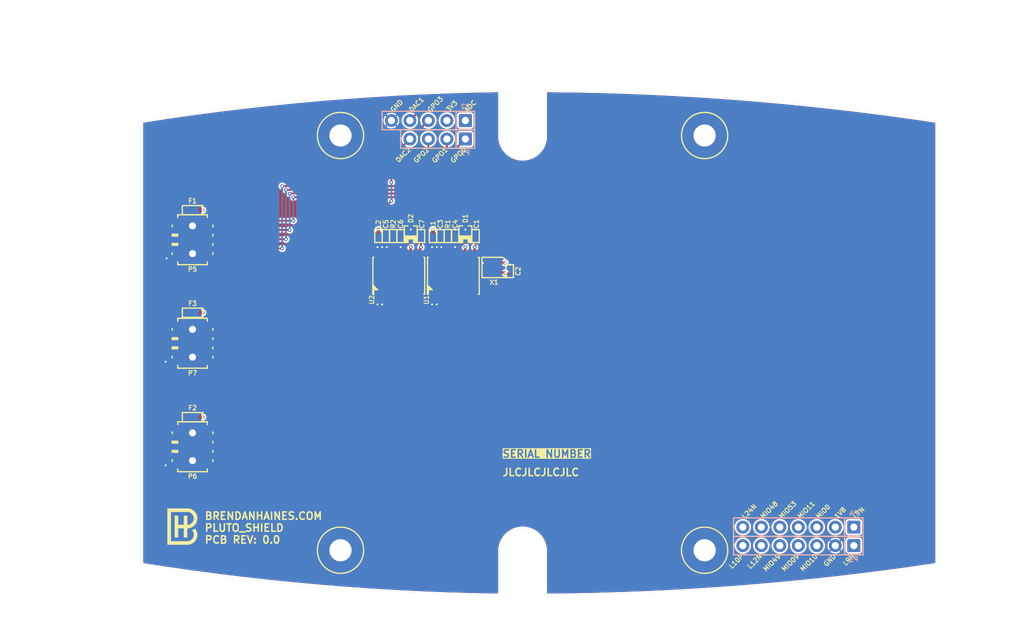
<source format=kicad_pcb>
(kicad_pcb
	(version 20240108)
	(generator "pcbnew")
	(generator_version "8.0")
	(general
		(thickness 1.6)
		(legacy_teardrops no)
	)
	(paper "A")
	(title_block
		(title "${PROJECT_NAME}")
		(rev "${PCB_REVISION}")
		(company "BRENDANHAINES.COM")
	)
	(layers
		(0 "F.Cu" signal)
		(1 "In1.Cu" signal)
		(2 "In2.Cu" signal)
		(31 "B.Cu" signal)
		(32 "B.Adhes" user "B.Adhesive")
		(33 "F.Adhes" user "F.Adhesive")
		(34 "B.Paste" user)
		(35 "F.Paste" user)
		(36 "B.SilkS" user "B.Silkscreen")
		(37 "F.SilkS" user "F.Silkscreen")
		(38 "B.Mask" user)
		(39 "F.Mask" user)
		(40 "Dwgs.User" user "User.Drawings")
		(41 "Cmts.User" user "User.Comments")
		(42 "Eco1.User" user "User.Eco1")
		(43 "Eco2.User" user "User.Eco2")
		(44 "Edge.Cuts" user)
		(45 "Margin" user)
		(46 "B.CrtYd" user "B.Courtyard")
		(47 "F.CrtYd" user "F.Courtyard")
		(48 "B.Fab" user)
		(49 "F.Fab" user)
		(50 "User.1" user)
		(51 "User.2" user)
		(52 "User.3" user)
		(53 "User.4" user)
		(54 "User.5" user)
		(55 "User.6" user)
		(56 "User.7" user)
		(57 "User.8" user)
		(58 "User.9" user)
	)
	(setup
		(stackup
			(layer "F.SilkS"
				(type "Top Silk Screen")
				(color "White")
			)
			(layer "F.Paste"
				(type "Top Solder Paste")
			)
			(layer "F.Mask"
				(type "Top Solder Mask")
				(color "Green")
				(thickness 0.01)
			)
			(layer "F.Cu"
				(type "copper")
				(thickness 0.035)
			)
			(layer "dielectric 1"
				(type "core")
				(thickness 0.48)
				(material "FR4")
				(epsilon_r 4.5)
				(loss_tangent 0.02)
			)
			(layer "In1.Cu"
				(type "copper")
				(thickness 0.035)
			)
			(layer "dielectric 2"
				(type "prepreg")
				(thickness 0.48)
				(material "FR4")
				(epsilon_r 4.5)
				(loss_tangent 0.02)
			)
			(layer "In2.Cu"
				(type "copper")
				(thickness 0.035)
			)
			(layer "dielectric 3"
				(type "core")
				(thickness 0.48)
				(material "FR4")
				(epsilon_r 4.5)
				(loss_tangent 0.02)
			)
			(layer "B.Cu"
				(type "copper")
				(thickness 0.035)
			)
			(layer "B.Mask"
				(type "Bottom Solder Mask")
				(color "Green")
				(thickness 0.01)
			)
			(layer "B.Paste"
				(type "Bottom Solder Paste")
			)
			(layer "B.SilkS"
				(type "Bottom Silk Screen")
				(color "White")
			)
			(copper_finish "ENIG")
			(dielectric_constraints no)
		)
		(pad_to_mask_clearance 0)
		(allow_soldermask_bridges_in_footprints no)
		(grid_origin 80.01 123.19)
		(pcbplotparams
			(layerselection 0x00010fc_ffffffff)
			(plot_on_all_layers_selection 0x0000000_00000000)
			(disableapertmacros no)
			(usegerberextensions no)
			(usegerberattributes yes)
			(usegerberadvancedattributes yes)
			(creategerberjobfile yes)
			(dashed_line_dash_ratio 12.000000)
			(dashed_line_gap_ratio 3.000000)
			(svgprecision 4)
			(plotframeref no)
			(viasonmask no)
			(mode 1)
			(useauxorigin no)
			(hpglpennumber 1)
			(hpglpenspeed 20)
			(hpglpendiameter 15.000000)
			(pdf_front_fp_property_popups yes)
			(pdf_back_fp_property_popups yes)
			(dxfpolygonmode yes)
			(dxfimperialunits yes)
			(dxfusepcbnewfont yes)
			(psnegative no)
			(psa4output no)
			(plotreference yes)
			(plotvalue yes)
			(plotfptext yes)
			(plotinvisibletext no)
			(sketchpadsonfab no)
			(subtractmaskfromsilk no)
			(outputformat 1)
			(mirror no)
			(drillshape 1)
			(scaleselection 1)
			(outputdirectory "")
		)
	)
	(property "PCB_REVISION" "0.0")
	(property "PROJECT_NAME" "PLUTO_SHIELD")
	(net 0 "")
	(net 1 "GND")
	(net 2 "/GPO1")
	(net 3 "/GPO2")
	(net 4 "/DAC2")
	(net 5 "/GPO0")
	(net 6 "/ADC")
	(net 7 "/DAC1")
	(net 8 "/GPO3")
	(net 9 "VDC_3V3")
	(net 10 "/L12N")
	(net 11 "/L9N")
	(net 12 "/L10P")
	(net 13 "/MIO49")
	(net 14 "/MIO09")
	(net 15 "/MIO10")
	(net 16 "/MIO48")
	(net 17 "/MIO11")
	(net 18 "/L24N")
	(net 19 "/MIO0")
	(net 20 "/L7N")
	(net 21 "VDC_1V8")
	(net 22 "/MIO53")
	(net 23 "Net-(U1-VA)")
	(net 24 "Net-(U1-VREF)")
	(net 25 "Net-(U2-VA)")
	(net 26 "Net-(U2-VREF)")
	(net 27 "/D1_7")
	(net 28 "/D1_6")
	(net 29 "/ADC_CLK")
	(net 30 "/D1_3")
	(net 31 "/D1_5")
	(net 32 "/D1_4")
	(net 33 "/D1_2")
	(net 34 "/D1_0")
	(net 35 "/D1_1")
	(net 36 "/D2_6")
	(net 37 "/D2_1")
	(net 38 "/D2_0")
	(net 39 "/D2_2")
	(net 40 "/D2_4")
	(net 41 "/D2_5")
	(net 42 "/D2_3")
	(net 43 "/D2_7")
	(net 44 "Net-(F2-Pad2)")
	(net 45 "unconnected-(P6-Pad3)")
	(net 46 "unconnected-(P6-Pad5)")
	(net 47 "unconnected-(P6-Pad7)")
	(net 48 "unconnected-(P6-Pad10)")
	(net 49 "unconnected-(P7-Pad3)")
	(net 50 "unconnected-(P7-Pad5)")
	(net 51 "unconnected-(P7-Pad7)")
	(net 52 "unconnected-(P7-Pad10)")
	(net 53 "Net-(F3-Pad2)")
	(net 54 "Net-(F1-Pad2)")
	(net 55 "unconnected-(P5-Pad10)")
	(net 56 "unconnected-(P5-Pad3)")
	(net 57 "unconnected-(P5-Pad7)")
	(net 58 "unconnected-(P5-Pad5)")
	(footprint "common:R0603" (layer "F.Cu") (at 59.69 90.551 180))
	(footprint "common:SOP20_TI_PW0020A" (layer "F.Cu") (at 88.011 85.471 90))
	(footprint "common:PinHeader_2x05_P1.27mm_Vertical-Samtec_FTSH-105-01-F-DV-K-A" (layer "F.Cu") (at 59.69 94.742))
	(footprint "common:MH120X230_#4" (layer "F.Cu") (at 130.0099 123.19))
	(footprint "common:SOD-323" (layer "F.Cu") (at 89.662 79.756 90))
	(footprint "common:C0402" (layer "F.Cu") (at 95.762 80.01 90))
	(footprint "common:C0402" (layer "F.Cu") (at 98.556 80.01 90))
	(footprint "common:LOGO_BH" (layer "F.Cu") (at 58.7265 122.3445))
	(footprint "common:PinHeader_2x05_P1.27mm_Vertical-Samtec_FTSH-105-01-F-DV-K-A" (layer "F.Cu") (at 59.69 108.966))
	(footprint "common:C0402" (layer "F.Cu") (at 93.73 80.01 90))
	(footprint "common:SOD-323" (layer "F.Cu") (at 97.159 79.756 90))
	(footprint "common:C0402" (layer "F.Cu") (at 88.265 80.01 90))
	(footprint "common:R0603" (layer "F.Cu") (at 59.69 104.902 180))
	(footprint "common:C0402" (layer "F.Cu") (at 86.233 80.01 90))
	(footprint "common:OSCILLATOR_250X200" (layer "F.Cu") (at 101.092 84.328 -90))
	(footprint "common:PinHeader_2x05_P1.27mm_Vertical-Samtec_FTSH-105-01-F-DV-K-A" (layer "F.Cu") (at 59.69 80.518))
	(footprint "common:MH120X230_#4" (layer "F.Cu") (at 130.0099 66.1924))
	(footprint "common:R0402" (layer "F.Cu") (at 87.249 80.01 -90))
	(footprint "common:R0603" (layer "F.Cu") (at 59.69 76.454 180))
	(footprint "common:MH120X230_#4" (layer "F.Cu") (at 80.01 123.19))
	(footprint "common:SOP20_TI_PW0020A" (layer "F.Cu") (at 95.504 85.471 90))
	(footprint "common:C0402" (layer "F.Cu") (at 91.059 80.01 90))
	(footprint "common:R0402" (layer "F.Cu") (at 94.746 80.01 -90))
	(footprint "common:MH120X230_#4" (layer "F.Cu") (at 80.01 66.1924))
	(footprint "common:R0402" (layer "F.Cu") (at 85.217 80.01 -90))
	(footprint "common:C0402" (layer "F.Cu") (at 103.251 84.836 90))
	(footprint "common:R0402" (layer "F.Cu") (at 92.714 80.01 -90))
	(footprint "common:PinHeader_1x07_P2.54mm_Vertical" (layer "B.Cu") (at 150.495 120.015 180))
	(footprint "common:PinHeader_1x07_P2.54mm_Vertical" (layer "B.Cu") (at 150.495 122.555 180))
	(footprint "common:PinHeader_1x04_P2.54mm_Vertical" (layer "B.Cu") (at 97.155 66.675 180))
	(footprint "common:PinHeader_1x05_P2.54mm_Vertical" (layer "B.Cu") (at 97.155 64.135 180))
	(gr_line
		(start 52.7304 64.262)
		(end 52.7304 125.1204)
		(stroke
			(width 0.0254)
			(type default)
		)
		(layer "Edge.Cuts")
		(uuid "01eeaaa2-1d96-4fbe-a7c0-eab31686fcf1")
	)
	(gr_line
		(start 101.854 123.2916)
		(end 101.854 129.3368)
		(stroke
			(width 0.0254)
			(type default)
		)
		(layer "Edge.Cuts")
		(uuid "028f1051-2530-4ab2-b4aa-4fe77a954fee")
	)
	(gr_arc
		(start 52.7304 64.262)
		(mid 77.21685 61.27593)
		(end 101.854 60.0456)
		(stroke
			(width 0.0254)
			(type default)
		)
		(layer "Edge.Cuts")
		(uuid "0539845f-d0b8-466b-a84b-778189f6f142")
	)
	(gr_arc
		(start 108.1786 60.0456)
		(mid 135.10175 61.194225)
		(end 161.8742 64.262)
		(stroke
			(width 0.0254)
			(type default)
		)
		(layer "Edge.Cuts")
		(uuid "21fa8685-cbea-48e3-ba4b-3bdab39869cb")
	)
	(gr_line
		(start 161.8742 64.262)
		(end 161.8742 125.1204)
		(stroke
			(width 0.0254)
			(type default)
		)
		(layer "Edge.Cuts")
		(uuid "2351c6a1-8a6b-4eef-bde0-6b8a961f2eae")
	)
	(gr_line
		(start 108.1786 66.294)
		(end 108.1786 60.0456)
		(stroke
			(width 0.0254)
			(type default)
		)
		(layer "Edge.Cuts")
		(uuid "35169102-ec27-4d86-9b9f-b37ae62cb9bc")
	)
	(gr_arc
		(start 101.854 123.2916)
		(mid 105.0163 120.1293)
		(end 108.1786 123.2916)
		(stroke
			(width 0.0254)
			(type default)
		)
		(layer "Edge.Cuts")
		(uuid "3c1f4706-a351-4cdf-9aba-d7bce8b90f26")
	)
	(gr_arc
		(start 101.854 129.3368)
		(mid 77.21685 128.10647)
		(end 52.7304 125.1204)
		(stroke
			(width 0.0254)
			(type default)
		)
		(layer "Edge.Cuts")
		(uuid "6a69de1c-5ddb-4080-85c6-44cb49680848")
	)
	(gr_arc
		(start 161.8742 125.1204)
		(mid 135.10175 128.188175)
		(end 108.1786 129.3368)
		(stroke
			(width 0.0254)
			(type default)
		)
		(layer "Edge.Cuts")
		(uuid "719d83d8-8deb-4654-ad43-144c8890a801")
	)
	(gr_arc
		(start 108.1786 66.294)
		(mid 105.0163 69.4563)
		(end 101.854 66.294)
		(stroke
			(width 0.0254)
			(type default)
		)
		(layer "Edge.Cuts")
		(uuid "b2207f3b-c003-409c-a3da-c269b7eb26e0")
	)
	(gr_line
		(start 108.1786 123.2916)
		(end 108.1786 129.3368)
		(stroke
			(width 0.0254)
			(type default)
		)
		(layer "Edge.Cuts")
		(uuid "d983f51f-a4c1-48ea-98a9-0aaeffa08bc2")
	)
	(gr_line
		(start 101.854 66.294)
		(end 101.854 60.0456)
		(stroke
			(width 0.0254)
			(type default)
		)
		(layer "Edge.Cuts")
		(uuid "ff1f63a4-9257-4195-87a5-270fd42b64fa")
	)
	(gr_text "JLCJLCJLCJLC"
		(at 102.1605 113.0735 0)
		(layer "F.SilkS")
		(uuid "091288de-23c4-4edc-b533-5d552fa8084b")
		(effects
			(font
				(size 1.016 1.016)
				(thickness 0.2032)
				(bold yes)
			)
			(justify left bottom)
		)
	)
	(gr_text "L7N"
		(at 150.495 118.745 45)
		(layer "F.SilkS")
		(uuid "1cdc6d0f-337c-409a-b1da-968567fe4e07")
		(effects
			(font
				(size 0.635 0.635)
				(thickness 0.127)
				(bold yes)
			)
			(justify left)
		)
	)
	(gr_text "GND"
		(at 147.955 123.825 45)
		(layer "F.SilkS")
		(uuid "1d633a11-fa35-47bf-85d6-2ca7e9618761")
		(effects
			(font
				(size 0.635 0.635)
				(thickness 0.127)
				(bold yes)
			)
			(justify right)
		)
	)
	(gr_text "MIO09"
		(at 142.875 123.825 45)
		(layer "F.SilkS")
		(uuid "1d9b0497-2944-4518-9de8-59fb3f31cd85")
		(effects
			(font
				(size 0.635 0.635)
				(thickness 0.127)
				(bold yes)
			)
			(justify right)
		)
	)
	(gr_text "GND"
		(at 86.995 62.865 45)
		(layer "F.SilkS")
		(uuid "32763687-5bbe-4fa7-a03f-9aab5b9b62f1")
		(effects
			(font
				(size 0.635 0.635)
				(thickness 0.127)
				(bold yes)
			)
			(justify left)
		)
	)
	(gr_text "MIO53"
		(at 140.335 118.745 45)
		(layer "F.SilkS")
		(uuid "40d1187b-e6b7-4189-8ff4-2c8c90803fbd")
		(effects
			(font
				(size 0.635 0.635)
				(thickness 0.127)
				(bold yes)
			)
			(justify left)
		)
	)
	(gr_text "BRENDANHAINES.COM\n${PROJECT_NAME}\nPCB REV: ${PCB_REVISION}"
		(at 61.2665 122.3445 0)
		(layer "F.SilkS")
		(uuid "437bdfe8-9461-4ec7-870c-371d6a52dc16")
		(effects
			(font
				(size 1.016 1.016)
				(thickness 0.2032)
				(bold yes)
			)
			(justify left bottom)
		)
	)
	(gr_text "GPO0"
		(at 97.155 67.945 45)
		(layer "F.SilkS")
		(uuid "4e282f1b-fe44-4e52-8424-163d35aa00b7")
		(effects
			(font
				(size 0.635 0.635)
				(thickness 0.127)
				(bold yes)
			)
			(justify right)
		)
	)
	(gr_text "1V8"
		(at 147.955 118.745 45)
		(layer "F.SilkS")
		(uuid "50d5c08f-ca70-40f2-a10f-c5bd703c6387")
		(effects
			(font
				(size 0.635 0.635)
				(thickness 0.127)
				(bold yes)
			)
			(justify left)
		)
	)
	(gr_text "L24N"
		(at 135.255 118.745 45)
		(layer "F.SilkS")
		(uuid "6be3ee54-d0db-492a-abbf-1d2a441bdebd")
		(effects
			(font
				(size 0.635 0.635)
				(thickness 0.127)
				(bold yes)
			)
			(justify left)
		)
	)
	(gr_text "SERIAL NUMBER"
		(at 102.1605 110.5335 0)
		(layer "F.SilkS" knockout)
		(uuid "6c2be5ce-85b7-4de0-9953-9a61d10d3e1f")
		(effects
			(font
				(size 1.016 1.016)
				(thickness 0.2032)
				(bold yes)
			)
			(justify left bottom)
		)
	)
	(gr_text "L9N"
		(at 150.495 123.825 45)
		(layer "F.SilkS")
		(uuid "88c70311-50ca-4c2c-81ac-eface2986662")
		(effects
			(font
				(size 0.635 0.635)
				(thickness 0.127)
				(bold yes)
			)
			(justify right)
		)
	)
	(gr_text "ADC"
		(at 97.155 62.865 45)
		(layer "F.SilkS")
		(uuid "8bb9fc9c-5e6a-4340-90b7-1c8a637bfdd1")
		(effects
			(font
				(size 0.635 0.635)
				(thickness 0.127)
				(bold yes)
			)
			(justify left)
		)
	)
	(gr_text "DAC2"
		(at 89.535 67.945 45)
		(layer "F.SilkS")
		(uuid "8dace095-4eb4-4bfe-b984-7191fb8bc0e4")
		(effects
			(font
				(size 0.635 0.635)
				(thickness 0.127)
				(bold yes)
			)
			(justify right)
		)
	)
	(gr_text "L10P"
		(at 135.255 123.825 45)
		(layer "F.SilkS")
		(uuid "8f655222-c250-4b8a-823d-e28e44254b5b")
		(effects
			(font
				(size 0.635 0.635)
				(thickness 0.127)
				(bold yes)
			)
			(justify right)
		)
	)
	(gr_text "MIO48"
		(at 137.795 118.745 45)
		(layer "F.SilkS")
		(uuid "9e241a46-25b4-4116-9c4e-ebff1490ab27")
		(effects
			(font
				(size 0.635 0.635)
				(thickness 0.127)
				(bold yes)
			)
			(justify left)
		)
	)
	(gr_text "L12N"
		(at 137.795 123.825 45)
		(layer "F.SilkS")
		(uuid "add93b29-be5f-4919-ac3a-0ba6f12c0348")
		(effects
			(font
				(size 0.635 0.635)
				(thickness 0.127)
				(bold yes)
			)
			(justify right)
		)
	)
	(gr_text "GPO3"
		(at 92.075 62.865 45)
		(layer "F.SilkS")
		(uuid "afb3f834-9b19-4667-8d39-9049800dfba3")
		(effects
			(font
				(size 0.635 0.635)
				(thickness 0.127)
				(bold yes)
			)
			(justify left)
		)
	)
	(gr_text "DAC1"
		(at 89.535 62.865 45)
		(layer "F.SilkS")
		(uuid "c622d78a-ca2a-4f82-b223-9632abefab8f")
		(effects
			(font
				(size 0.635 0.635)
				(thickness 0.127)
				(bold yes)
			)
			(justify left)
		)
	)
	(gr_text "MIO0"
		(at 145.415 118.745 45)
		(layer "F.SilkS")
		(uuid "cd7c1240-e884-4550-aa13-ce92a6c80779")
		(effects
			(font
				(size 0.635 0.635)
				(thickness 0.127)
				(bold yes)
			)
			(justify left)
		)
	)
	(gr_text "GPO1"
		(at 94.615 67.945 45)
		(layer "F.SilkS")
		(uuid "d491ca8a-7324-431a-9cd5-9fd076cc52f5")
		(effects
			(font
				(size 0.635 0.635)
				(thickness 0.127)
				(bold yes)
			)
			(justify right)
		)
	)
	(gr_text "MIO11"
		(at 142.875 118.745 45)
		(layer "F.SilkS")
		(uuid "e8325fa2-f8a3-44ca-9978-7bfeabd84427")
		(effects
			(font
				(size 0.635 0.635)
				(thickness 0.127)
				(bold yes)
			)
			(justify left)
		)
	)
	(gr_text "MIO10"
		(at 145.415 123.825 45)
		(layer "F.SilkS")
		(uuid "e833e563-2582-4392-a7d1-7ead7fb5c2d7")
		(effects
			(font
				(size 0.635 0.635)
				(thickness 0.127)
				(bold yes)
			)
			(justify right)
		)
	)
	(gr_text "3V3"
		(at 94.615 62.865 45)
		(layer "F.SilkS")
		(uuid "ec986e4d-d831-4952-bf6d-c8cd3ade1e29")
		(effects
			(font
				(size 0.635 0.635)
				(thickness 0.127)
				(bold yes)
			)
			(justify left)
		)
	)
	(gr_text "MIO49"
		(at 140.335 123.825 45)
		(layer "F.SilkS")
		(uuid "f45fb5e5-6f32-469f-9e03-1e281da8c205")
		(effects
			(font
				(size 0.635 0.635)
				(thickness 0.127)
				(bold yes)
			)
			(justify right)
		)
	)
	(gr_text "GPO2"
		(at 92.075 67.945 45)
		(layer "F.SilkS")
		(uuid "f4ef1a3c-5158-4fc3-a689-311ab536b7c7")
		(effects
			(font
				(size 0.635 0.635)
				(thickness 0.127)
				(bold yes)
			)
			(justify right)
		)
	)
	(dimension
		(type aligned)
		(layer "F.Fab")
		(uuid "01ee0b31-f02b-4470-b2f7-07b9d1207f38")
		(pts
			(xy 52.7304 64.262) (xy 161.8742 64.262)
		)
		(height -14.732)
		(gr_text "4.2970 in"
			(at 107.3023 48.387 0)
			(layer "F.Fab")
			(uuid "01ee0b31-f02b-4470-b2f7-07b9d1207f38")
			(effects
				(font
					(size 1.016 1.016)
					(thickness 0.127)
				)
			)
		)
		(format
			(prefix "")
			(suffix "")
			(units 3)
			(units_format 1)
			(precision 4)
		)
		(style
			(thickness 0.127)
			(arrow_length 1.27)
			(text_position_mode 0)
			(extension_height 0.58642)
			(extension_offset 6.35) keep_text_aligned)
	)
	(dimension
		(type aligned)
		(layer "F.Fab")
		(uuid "0517aec2-45e6-4cc3-9803-feed6af5a135")
		(pts
			(xy 109.347 59.8356) (xy 109.347 129.1268)
		)
		(height 69.977)
		(gr_text "2.7280 in"
			(at 38.227 94.4812 90)
			(layer "F.Fab")
			(uuid "0517aec2-45e6-4cc3-9803-feed6af5a135")
			(effects
				(font
					(size 1.016 1.016)
					(thickness 0.127)
				)
			)
		)
		(format
			(prefix "")
			(suffix "")
			(units 3)
			(units_format 1)
			(precision 4)
		)
		(style
			(thickness 0.127)
			(arrow_length 1.27)
			(text_position_mode 0)
			(extension_height 0.58642)
			(extension_offset 17.78) keep_text_aligned)
	)
	(dimension
		(type aligned)
		(layer "F.Fab")
		(uuid "226b6488-45b6-49fa-998f-108bc8a2286a")
		(pts
			(xy 52.7304 64.262) (xy 52.7304 125.1204)
		)
		(height 9.6774)
		(gr_text "2.3960 in"
			(at 41.91 94.6912 90)
			(layer "F.Fab")
			(uuid "226b6488-45b6-49fa-998f-108bc8a2286a")
			(effects
				(font
					(size 1.016 1.016)
					(thickness 0.127)
				)
			)
		)
		(format
			(prefix "")
			(suffix "")
			(units 3)
			(units_format 1)
			(precision 4)
		)
		(style
			(thickness 0.127)
			(arrow_length 1.27)
			(text_position_mode 0)
			(extension_height 0.58642)
			(extension_offset 2.54) keep_text_aligned)
	)
	(dimension
		(type aligned)
		(layer "F.Fab")
		(uuid "2892fb69-bc65-401b-badd-aa520ee8b469")
		(pts
			(xy 87.503 65.9824) (xy 87.503 122.98)
		)
		(height 40.894)
		(gr_text "2.2440 in"
			(at 45.466 94.4812 90)
			(layer "F.Fab")
			(uuid "2892fb69-bc65-401b-badd-aa520ee8b469")
			(effects
				(font
					(size 1.016 1.016)
					(thickness 0.127)
				)
			)
		)
		(format
			(prefix "")
			(suffix "")
			(units 3)
			(units_format 1)
			(precision 4)
		)
		(style
			(thickness 0.127)
			(arrow_length 1.27)
			(text_position_mode 0)
			(extension_height 0.58642)
			(extension_offset 0.254) keep_text_aligned)
	)
	(dimension
		(type aligned)
		(layer "F.Fab")
		(uuid "8539e48b-c969-41b7-bbcb-ea6a69f1c375")
		(pts
			(xy 105.0163 66.294) (xy 105.0163 123.2916)
		)
		(height -65.0367)
		(gr_text "2.2440 in"
			(at 168.91 94.7928 90)
			(layer "F.Fab")
			(uuid "8539e48b-c969-41b7-bbcb-ea6a69f1c375")
			(effects
				(font
					(size 1.016 1.016)
					(thickness 0.127)
				)
			)
		)
		(format
			(prefix "")
			(suffix "")
			(units 3)
			(units_format 1)
			(precision 4)
		)
		(style
			(thickness 0.127)
			(arrow_length 1.27)
			(text_position_mode 0)
			(extension_height 0.58642)
			(extension_offset 0.254) keep_text_aligned)
	)
	(dimension
		(type aligned)
		(layer "F.Fab")
		(uuid "da0fc324-3843-4697-9d01-01ce7e2f02da")
		(pts
			(xy 80.01 66.1924) (xy 130.0099 66.1924)
		)
		(height -11.7094)
		(gr_text "1.9685 in"
			(at 105.00995 53.34 0)
			(layer "F.Fab")
			(uuid "da0fc324-3843-4697-9d01-01ce7e2f02da")
			(effects
				(font
					(size 1.016 1.016)
					(thickness 0.127)
				)
			)
		)
		(format
			(prefix "")
			(suffix "")
			(units 3)
			(units_format 1)
			(precision 4)
		)
		(style
			(thickness 0.127)
			(arrow_length 1.27)
			(text_position_mode 0)
			(extension_height 0.58642)
			(extension_offset 7.62) keep_text_aligned)
	)
	(segment
		(start 98.556 79.585)
		(end 98.556 79.125)
		(width 0.254)
		(layer "F.Cu")
		(net 1)
		(uuid "0830f0ca-838a-4658-bf5b-b4e87b6cb973")
	)
	(segment
		(start 95.829 81.605)
		(end 95.758 81.534)
		(width 0.127)
		(layer "F.Cu")
		(net 1)
		(uuid "0b1ceb3b-b0df-426e-8d0d-840736731476")
	)
	(segment
		(start 85.736 82.571)
		(end 85.736 81.545)
		(width 0.127)
		(layer "F.Cu")
		(net 1)
		(uuid "1072b699-37ac-4154-b0f5-354c871cbd67")
	)
	(segment
		(start 88.265 79.585)
		(end 88.265 79.121)
		(width 0.254)
		(layer "F.Cu")
		(net 1)
		(uuid "1bb5bab3-9bc6-402a-b8bd-cb3fe063a446")
	)
	(segment
		(start 98.556 79.125)
		(end 98.552 79.121)
		(width 0.254)
		(layer "F.Cu")
		(net 1)
		(uuid "214007b9-33c3-4905-bcf9-cdc4452784b4")
	)
	(segment
		(start 85.086 82.571)
		(end 85.086 81.538)
		(width 0.127)
		(layer "F.Cu")
		(net 1)
		(uuid "28aa7d18-3291-493d-8bdb-91aba1625d52")
	)
	(segment
		(start 57.658 97.282)
		(end 56.007 97.282)
		(width 0.254)
		(layer "F.Cu")
		(net 1)
		(uuid "3484d1cc-bc6c-4c94-9acb-abbc09ef1c45")
	)
	(segment
		(start 86.386 81.56)
		(end 86.36 81.534)
		(width 0.127)
		(layer "F.Cu")
		(net 1)
		(uuid "370dfa10-1d6d-4f38-8fc9-bff6ea48399d")
	)
	(segment
		(start 99.608 83.653)
		(end 99.568 83.693)
		(width 0.254)
		(layer "F.Cu")
		(net 1)
		(uuid "3a3577a3-0eb1-4a2c-8b4e-2b05213f32ed")
	)
	(segment
		(start 85.736 89.397)
		(end 85.725 89.408)
		(width 0.127)
		(layer "F.Cu")
		(net 1)
		(uuid "3b605353-a822-4c5c-979b-86e1c66897b7")
	)
	(segment
		(start 95.829 82.571)
		(end 95.829 81.605)
		(width 0.127)
		(layer "F.Cu")
		(net 1)
		(uuid "42443723-7b83-4412-9075-410646a532d3")
	)
	(segment
		(start 92.579 81.538)
		(end 92.583 81.534)
		(width 0.127)
		(layer "F.Cu")
		(net 1)
		(uuid "464b2b07-2f71-4e84-b97e-1b112a69e6ca")
	)
	(segment
		(start 85.086 88.371)
		(end 85.086 89.404)
		(width 0.127)
		(layer "F.Cu")
		(net 1)
		(uuid "48ac1c6d-207a-4dac-95ad-f316aefe8c95")
	)
	(segment
		(start 92.579 88.371)
		(end 92.579 89.404)
		(width 0.127)
		(layer "F.Cu")
		(net 1)
		(uuid "50b730e2-6f76-4545-8d36-0ab72fb0ffe8")
	)
	(segment
		(start 86.386 82.571)
		(end 86.386 81.56)
		(width 0.127)
		(layer "F.Cu")
		(net 1)
		(uuid "525e0171-e8ce-4c2d-aeb7-e660626310bf")
	)
	(segment
		(start 97.159 79.117)
		(end 97.155 79.121)
		(width 0.254)
		(layer "F.Cu")
		(net 1)
		(uuid "52985b5f-f5b2-4d79-b7aa-ec7f961cee40")
	)
	(segment
		(start 93.879 82.571)
		(end 93.879 81.56)
		(width 0.127)
		(layer "F.Cu")
		(net 1)
		(uuid "5cbabf97-f0a5-41b9-93e9-a174f3dca322")
	)
	(segment
		(start 85.736 81.545)
		(end 85.725 81.534)
		(width 0.127)
		(layer "F.Cu")
		(net 1)
		(uuid "5ee55142-5887-4ad4-a4c9-fd366db4e6a1")
	)
	(segment
		(start 91.059 79.585)
		(end 91.059 79.121)
		(width 0.254)
		(layer "F.Cu")
		(net 1)
		(uuid "63c0f405-584e-4d1b-b0b9-8afe68f89c0a")
	)
	(segment
		(start 88.336 82.571)
		(end 88.336 81.604991)
		(width 0.127)
		(layer "F.Cu")
		(net 1)
		(uuid "688ca362-25e4-4423-ac29-02663def9004")
	)
	(segment
		(start 89.662 78.701)
		(end 89.662 79.121)
		(width 0.254)
		(layer "F.Cu")
		(net 1)
		(uuid "71b42f38-1f64-4027-b7f8-cb66e5dd88a9")
	)
	(segment
		(start 93.73 79.585)
		(end 93.73 79.125)
		(width 0.254)
		(layer "F.Cu")
		(net 1)
		(uuid "868398b8-0d1a-47fc-82f8-34e20b366548")
	)
	(segment
		(start 97.159 78.701)
		(end 97.159 79.117)
		(width 0.254)
		(layer "F.Cu")
		(net 1)
		(uuid "944f1f42-8d1d-45c4-9913-9d64d64956fb")
	)
	(segment
		(start 93.879 81.56)
		(end 93.853 81.534)
		(width 0.127)
		(layer "F.Cu")
		(net 1)
		(uuid "9a3e1982-b867-41f7-b6c7-f4026dd9401f")
	)
	(segment
		(start 86.233 79.585)
		(end 86.233 79.121)
		(width 0.254)
		(layer "F.Cu")
		(net 1)
		(uuid "a24a9ca4-977e-43f8-b4ba-972314389691")
	)
	(segment
		(start 57.658 111.506)
		(end 56.007 111.506)
		(width 0.254)
		(layer "F.Cu")
		(net 1)
		(uuid "a9ea2415-96db-483e-a69f-4402ffe499ee")
	)
	(segment
		(start 85.736 88.371)
		(end 85.736 89.397)
		(width 0.127)
		(layer "F.Cu")
		(net 1)
		(uuid "adc82979-0383-471a-b57c-8333ed783ba1")
	)
	(segment
		(start 93.73 79.125)
		(end 93.726 79.121)
		(width 0.254)
		(layer "F.Cu")
		(net 1)
		(uuid "b113f5e7-62dd-4a85-8445-81f53f4a0ab5")
	)
	(segment
		(start 93.229 81.545)
		(end 93.218 81.534)
		(width 0.127)
		(layer "F.Cu")
		(net 1)
		(uuid "b9e14420-a812-4599-a92b-be68e5dad5a9")
	)
	(segment
		(start 95.762 79.125)
		(end 95.758 79.121)
		(width 0.254)
		(layer "F.Cu")
		(net 1)
		(uuid "bcc92ec6-6ff1-4b05-ae96-d8712938a395")
	)
	(segment
		(start 57.658 83.058)
		(end 56.134 83.058)
		(width 0.254)
		(layer "F.Cu")
		(net 1)
		(uuid "c75ea477-5ee3-4bf6-89a4-4d1f61b22a8e")
	)
	(segment
		(start 100.267 83.653)
		(end 99.608 83.653)
		(width 0.254)
		(layer "F.Cu")
		(net 1)
		(uuid "d97dbed9-f5a7-48ce-bdb1-c566381b1f7a")
	)
	(segment
		(start 92.579 89.404)
		(end 92.583 89.408)
		(width 0.127)
		(layer "F.Cu")
		(net 1)
		(uuid "db6a0eb3-d59c-4328-9c10-5818bed89630")
	)
	(segment
		(start 92.579 82.571)
		(end 92.579 81.538)
		(width 0.127)
		(layer "F.Cu")
		(net 1)
		(uuid "e6dd0b86-14b2-46b9-b01b-7f85f6b75028")
	)
	(segment
		(start 88.336 81.604991)
		(end 88.265009 81.534)
		(width 0.127)
		(layer "F.Cu")
		(net 1)
		(uuid "e9b009a1-d12a-49fb-b8be-b6172717e033")
	)
	(segment
		(start 85.086 81.538)
		(end 85.09 81.534)
		(width 0.127)
		(layer "F.Cu")
		(net 1)
		(uuid "ec880121-227e-4693-9a42-a04a0a538f7b")
	)
	(segment
		(start 85.086 89.404)
		(end 85.09 89.408)
		(width 0.127)
		(layer "F.Cu")
		(net 1)
		(uuid "efa9b13e-2b03-4eba-8d66-5c25b5db9134")
	)
	(segment
		(start 93.229 89.397)
		(end 93.218 89.408)
		(width 0.127)
		(layer "F.Cu")
		(net 1)
		(uuid "f01ff3a1-cbbd-4fac-bfad-5ea1191ce0f7")
	)
	(segment
		(start 93.229 82.571)
		(end 93.229 81.545)
		(width 0.127)
		(layer "F.Cu")
		(net 1)
		(uuid "f112905a-4d42-4712-8d79-5de9ae00412f")
	)
	(segment
		(start 93.229 88.371)
		(end 93.229 89.397)
		(width 0.127)
		(layer "F.Cu")
		(net 1)
		(uuid "f973b6e9-8283-489c-8480-c7b78dfe1490")
	)
	(segment
		(start 95.762 79.585)
		(end 95.762 79.125)
		(width 0.254)
		(layer "F.Cu")
		(net 1)
		(uuid "fbea7439-2d57-43cb-aafa-df11af3b1203")
	)
	(via
		(at 86.36 81.534)
		(size 0.508)
		(drill 0.254)
		(layers "F.Cu" "B.Cu")
		(net 1)
		(uuid "10aff4e0-7e80-4a18-aa96-0d42099a9fcb")
	)
	(via
		(at 93.726 79.121)
		(size 0.508)
		(drill 0.254)
		(layers "F.Cu" "B.Cu")
		(net 1)
		(uuid "11f8e328-c40f-4828-ba8e-51b1344d20b0")
	)
	(via
		(at 92.583 81.534)
		(size 0.508)
		(drill 0.254)
		(layers "F.Cu" "B.Cu")
		(net 1)
		(uuid "1a9bf0e0-07ea-40c1-a322-b9a5220157eb")
	)
	(via
		(at 95.758 81.534)
		(size 0.508)
		(drill 0.254)
		(layers "F.Cu" "B.Cu")
		(net 1)
		(uuid "2992e6b0-9573-41f6-a060-3d21cf09459f")
	)
	(via
		(at 85.725 81.534)
		(size 0.508)
		(drill 0.254)
		(layers "F.Cu" "B.Cu")
		(net 1)
		(uuid "33aed843-9a0c-4209-802b-452a4349337f")
	)
	(via
		(at 97.155 79.121)
		(size 0.508)
		(drill 0.254)
		(layers "F.Cu" "B.Cu")
		(net 1)
		(uuid "38ca8d43-236e-454d-af85-aae2e49aec02")
	)
	(via
		(at 85.09 81.534)
		(size 0.508)
		(drill 0.254)
		(layers "F.Cu" "B.Cu")
		(net 1)
		(uuid "406ebe85-c078-400c-8abc-c1f186465db4")
	)
	(via
		(at 56.007 97.282)
		(size 0.508)
		(drill 0.254)
		(layers "F.Cu" "B.Cu")
		(net 1)
		(uuid "5503520d-be17-4669-a072-9c1807a5bb6d")
	)
	(via
		(at 93.853 81.534)
		(size 0.508)
		(drill 0.254)
		(layers "F.Cu" "B.Cu")
		(net 1)
		(uuid "5d812e5f-3a05-407c-a96b-07ce7c4973fc")
	)
	(via
		(at 85.725 89.408)
		(size 0.508)
		(drill 0.254)
		(layers "F.Cu" "B.Cu")
		(net 1)
		(uuid "6bec33e9-93e0-40b8-ad66-ed9eeb91df8f")
	)
	(via
		(at 92.583 89.408)
		(size 0.508)
		(drill 0.254)
		(layers "F.Cu" "B.Cu")
		(net 1)
		(uuid "706d9c16-6611-4a65-8a59-b94543c59489")
	)
	(via
		(at 88.265 79.121)
		(size 0.508)
		(drill 0.254)
		(layers "F.Cu" "B.Cu")
		(net 1)
		(uuid "7c4d33d1-2fd8-4599-b2b3-4112adc7c7b4")
	)
	(via
		(at 89.662 79.121)
		(size 0.508)
		(drill 0.254)
		(layers "F.Cu" "B.Cu")
		(net 1)
		(uuid "840f2970-41d5-49c2-a1f1-87faef9a3712")
	)
	(via
		(at 103.251 83.947)
		(size 0.508)
		(drill 0.254)
		(layers "F.Cu" "B.Cu")
		(net 1)
		(uuid "92534b10-f15f-4238-a526-9b3b1434684d")
	)
	(via
		(at 88.265009 81.534)
		(size 0.508)
		(drill 0.254)
		(layers "F.Cu" "B.Cu")
		(net 1)
		(uuid "a46891d4-a00b-4960-a0ac-362722b0fb02")
	)
	(via
		(at 85.09 89.408)
		(size 0.508)
		(drill 0.254)
		(layers "F.Cu" "B.Cu")
		(net 1)
		(uuid "a74a0162-11c9-4f8b-a0c8-a8b035e33f93")
	)
	(via
		(at 95.758 79.121)
		(size 0.508)
		(drill 0.254)
		(layers "F.Cu" "B.Cu")
		(net 1)
		(uuid "a9f447e5-4eea-401d-918f-6fd9c1d85205")
	)
	(via
		(at 86.233 79.121)
		(size 0.508)
		(drill 0.254)
		(layers "F.Cu" "B.Cu")
		(net 1)
		(uuid "b4b95495-a66b-49a3-a554-3bf08723dfdc")
	)
	(via
		(at 93.218 89.408)
		(size 0.508)
		(drill 0.254)
		(layers "F.Cu" "B.Cu")
		(net 1)
		(uuid "b693b968-dbdd-4c08-8ff7-8e6c7b8c7ba0")
	)
	(via
		(at 99.568 83.693)
		(size 0.508)
		(drill 0.254)
		(layers "F.Cu" "B.Cu")
		(net 1)
		(uuid "c222bd7a-9daa-41d0-8552-68f73e229d8e")
	)
	(via
		(at 98.552 79.121)
		(size 0.508)
		(drill 0.254)
		(layers "F.Cu" "B.Cu")
		(net 1)
		(uuid "cc667938-bb97-4466-822f-636245786098")
	)
	(via
		(at 56.007 111.506)
		(size 0.508)
		(drill 0.254)
		(layers "F.Cu" "B.Cu")
		(net 1)
		(uuid "d048219b-6bd6-43f9-9626-699c912a3a30")
	)
	(via
		(at 56.134 83.058)
		(size 0.508)
		(drill 0.254)
		(layers "F.Cu" "B.Cu")
		(net 1)
		(uuid "dd5ad355-83b2-4899-adf8-856983296b82")
	)
	(via
		(at 93.218 81.534)
		(size 0.508)
		(drill 0.254)
		(layers "F.Cu" "B.Cu")
		(net 1)
		(uuid "e26d6191-e07e-417e-a26c-29fc2a16105f")
	)
	(via
		(at 91.059 79.121)
		(size 0.508)
		(drill 0.254)
		(layers "F.Cu" "B.Cu")
		(net 1)
		(uuid "e9b9f02c-c20c-4760-8cb2-3626ab4ce185")
	)
	(segment
		(start 94.615 66.675)
		(end 94.615 68.453)
		(width 0.254)
		(layer "F.Cu")
		(net 2)
		(uuid "538c601e-7ce3-47ce-a3c8-df9ca2e6cab9")
	)
	(segment
		(start 83.185 74.168)
		(end 73.025 74.168)
		(width 0.254)
		(layer "F.Cu")
		(net 2)
		(uuid "59f12ca9-efd8-4675-8750-b2cdca023923")
	)
	(segment
		(start 94.615 68.453)
		(end 88.9 74.168)
		(width 0.254)
		(layer "F.Cu")
		(net 2)
		(uuid "635baa02-0056-465c-b6f5-6488210f8521")
	)
	(segment
		(start 61.722 79.1718)
		(end 69.342 79.1718)
		(width 0.254)
		(layer "F.Cu")
		(net 2)
		(uuid "64bd8087-d621-4649-ae52-5dceba19a36b")
	)
	(segment
		(start 69.342 79.1718)
		(end 73.025 79.1718)
		(width 0.254)
		(layer "F.Cu")
		(net 2)
		(uuid "6bd2fc09-357e-4698-9cff-270b0391e486")
	)
	(segment
		(start 88.9 74.168)
		(end 83.185 74.168)
		(width 0.254)
		(layer "F.Cu")
		(net 2)
		(uuid "b9c0993b-397f-4b47-bb4b-a2e90ff56fa2")
	)
	(via
		(at 73.025 79.1718)
		(size 0.508)
		(drill 0.254)
		(layers "F.Cu" "B.Cu")
		(net 2)
		(uuid "56a78404-b229-471a-8085-94a5b42b73d2")
	)
	(via
		(at 73.025 74.168)
		(size 0.508)
		(drill 0.254)
		(layers "F.Cu" "B.Cu")
		(net 2)
		(uuid "65fb56ac-9c38-4e02-8e74-15ac1c013397")
	)
	(segment
		(start 73.025 74.168)
		(end 73.025 79.1718)
		(width 0.254)
		(layer "B.Cu")
		(net 2)
		(uuid "21ee28cf-e833-4e5f-be51-e10e55ae6c98")
	)
	(segment
		(start 83.185 73.66)
		(end 72.517 73.66)
		(width 0.254)
		(layer "F.Cu")
		(net 3)
		(uuid "18a7b504-1f79-4deb-adfa-0acba6741840")
	)
	(segment
		(start 92.075 66.675)
		(end 92.075 70.231)
		(width 0.254)
		(layer "F.Cu")
		(net 3)
		(uuid "2a1d0d9b-6c99-40ea-8ab0-5adfee72f2d8")
	)
	(segment
		(start 61.722 80.4418)
		(end 70.612 80.4418)
		(width 0.254)
		(layer "F.Cu")
		(net 3)
		(uuid "30172904-d51f-4853-a86a-b25112cac4d4")
	)
	(segment
		(start 70.612 80.4418)
		(end 72.517 80.4418)
		(width 0.254)
		(layer "F.Cu")
		(net 3)
		(uuid "684b92ba-9bb7-44a9-a662-a766e82245e3")
	)
	(segment
		(start 92.075 70.231)
		(end 88.646 73.66)
		(width 0.254)
		(layer "F.Cu")
		(net 3)
		(uuid "c5f47ad8-315b-4c54-8d65-382819450138")
	)
	(segment
		(start 88.646 73.66)
		(end 83.185 73.66)
		(width 0.254)
		(layer "F.Cu")
		(net 3)
		(uuid "caec03b0-0d76-4dc1-b74a-5bd957b23a24")
	)
	(via
		(at 72.517 73.66)
		(size 0.508)
		(drill 0.254)
		(layers "F.Cu" "B.Cu")
		(net 3)
		(uuid "9509a270-2894-4799-a8cc-4fb4628df4f3")
	)
	(via
		(at 72.517 80.4418)
		(size 0.508)
		(drill 0.254)
		(layers "F.Cu" "B.Cu")
		(net 3)
		(uuid "bc472cf4-27e7-4c0e-84ce-60683f436d9b")
	)
	(segment
		(start 72.517 73.66)
		(end 72.517 80.4418)
		(width 0.254)
		(layer "B.Cu")
		(net 3)
		(uuid "b8e2c794-ec7f-4e78-906e-1c8253b10d49")
	)
	(segment
		(start 86.995 70.866)
		(end 86.
... [377368 chars truncated]
</source>
